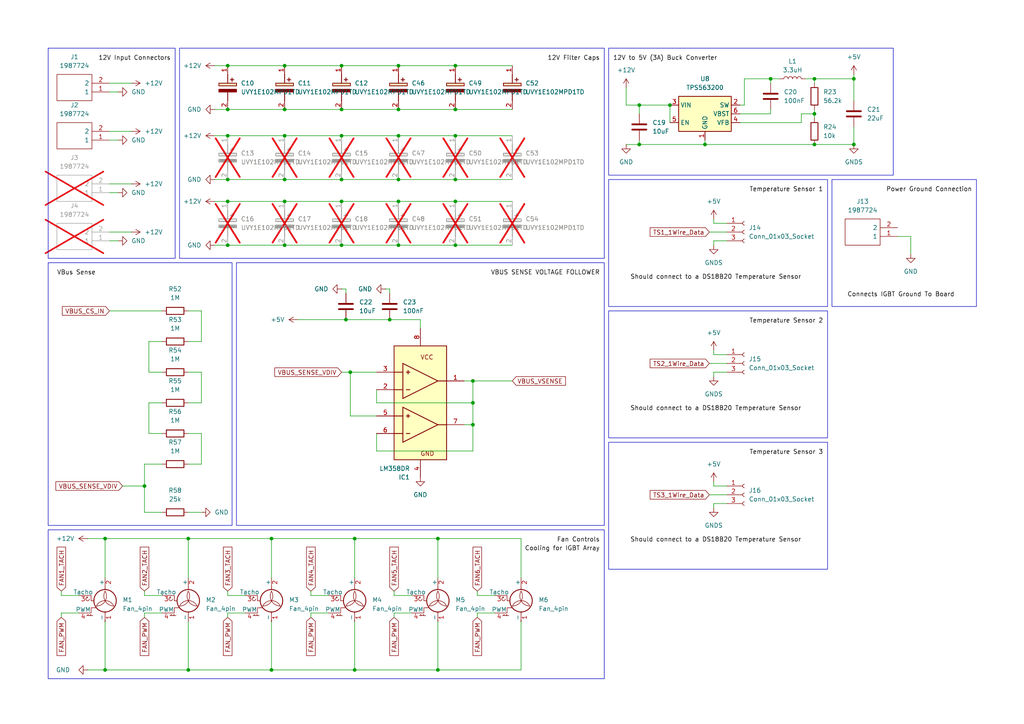
<source format=kicad_sch>
(kicad_sch (version 20231120) (generator "eeschema") (generator_version "8.0")
  (paper "A4")
  (title_block (title "1200V, 600A Traction Inverter") (date "2025-02-06") (rev "1") (company "University of California, Santa Cruz"))
  (junction (at 132.08 39.37))
  (junction (at 247.65 22.86))
  (junction (at 99.06 71.12))
  (junction (at 127 156.21))
  (junction (at 204.47 41.91))
  (junction (at 82.55 52.07))
  (junction (at 66.04 71.12))
  (junction (at 102.87 156.21))
  (junction (at 247.65 41.91))
  (junction (at 127 194.31))
  (junction (at 82.55 58.42))
  (junction (at 137.16 116.84))
  (junction (at 132.08 71.12))
  (junction (at 99.06 39.37))
  (junction (at 99.06 52.07))
  (junction (at 132.08 31.75))
  (junction (at 99.06 58.42))
  (junction (at 66.04 31.75))
  (junction (at 137.16 110.49))
  (junction (at 101.6 107.95))
  (junction (at 236.22 41.91))
  (junction (at 82.55 19.05))
  (junction (at 194.31 30.48))
  (junction (at 115.57 58.42))
  (junction (at 66.04 39.37))
  (junction (at 82.55 31.75))
  (junction (at 132.08 58.42))
  (junction (at 102.87 194.31))
  (junction (at 113.03 92.71))
  (junction (at 115.57 31.75))
  (junction (at 99.06 19.05))
  (junction (at 115.57 39.37))
  (junction (at 115.57 52.07))
  (junction (at 115.57 19.05))
  (junction (at 132.08 52.07))
  (junction (at 78.74 194.31))
  (junction (at 54.61 156.21))
  (junction (at 115.57 71.12))
  (junction (at 137.16 123.19))
  (junction (at 99.06 31.75))
  (junction (at 66.04 19.05))
  (junction (at 66.04 52.07))
  (junction (at 100.33 92.71))
  (junction (at 236.22 33.02))
  (junction (at 185.42 41.91))
  (junction (at 54.61 194.31))
  (junction (at 132.08 19.05))
  (junction (at 82.55 39.37))
  (junction (at 41.91 140.97))
  (junction (at 30.48 156.21))
  (junction (at 185.42 30.48))
  (junction (at 78.74 156.21))
  (junction (at 223.52 22.86))
  (junction (at 66.04 58.42))
  (junction (at 236.22 22.86))
  (junction (at 30.48 194.31))
  (junction (at 82.55 71.12))
  (wire (pts (xy 236.22 24.13) (xy 236.22 22.86)))
  (wire (pts (xy 54.61 148.59) (xy 58.42 148.59)))
  (wire (pts (xy 82.55 71.12) (xy 99.06 71.12)))
  (wire (pts (xy 41.91 171.45) (xy 41.91 172.72)))
  (wire (pts (xy 137.16 123.19) (xy 134.62 123.19)))
  (wire (pts (xy 260.35 68.58) (xy 264.16 68.58)))
  (wire (pts (xy 30.48 180.34) (xy 30.48 194.31)))
  (wire (pts (xy 205.74 105.41) (xy 210.82 105.41)))
  (wire (pts (xy 137.16 116.84) (xy 137.16 123.19)))
  (wire (pts (xy 102.87 194.31) (xy 127 194.31)))
  (wire (pts (xy 236.22 31.75) (xy 236.22 33.02)))
  (wire (pts (xy 102.87 156.21) (xy 127 156.21)))
  (wire (pts (xy 115.57 71.12) (xy 132.08 71.12)))
  (wire (pts (xy 138.43 177.8) (xy 138.43 179.07)))
  (wire (pts (xy 115.57 52.07) (xy 132.08 52.07)))
  (wire (pts (xy 121.92 92.71) (xy 121.92 95.25)))
  (wire (pts (xy 82.55 52.07) (xy 99.06 52.07)))
  (wire (pts (xy 99.06 31.75) (xy 115.57 31.75)))
  (wire (pts (xy 127 156.21) (xy 127 167.64)))
  (wire (pts (xy 31.75 40.64) (xy 34.29 40.64)))
  (wire (pts (xy 31.75 55.88) (xy 34.29 55.88)))
  (wire (pts (xy 132.08 39.37) (xy 148.59 39.37)))
  (wire (pts (xy 99.06 71.12) (xy 115.57 71.12)))
  (wire (pts (xy 102.87 156.21) (xy 102.87 167.64)))
  (wire (pts (xy 215.9 22.86) (xy 223.52 22.86)))
  (wire (pts (xy 137.16 110.49) (xy 134.62 110.49)))
  (wire (pts (xy 31.75 90.17) (xy 46.99 90.17)))
  (wire (pts (xy 62.23 19.05) (xy 66.04 19.05)))
  (wire (pts (xy 66.04 171.45) (xy 66.04 172.72)))
  (wire (pts (xy 113.03 83.82) (xy 113.03 85.09)))
  (wire (pts (xy 223.52 22.86) (xy 226.06 22.86)))
  (wire (pts (xy 30.48 156.21) (xy 54.61 156.21)))
  (wire (pts (xy 62.23 31.75) (xy 66.04 31.75)))
  (wire (pts (xy 78.74 194.31) (xy 102.87 194.31)))
  (wire (pts (xy 185.42 33.02) (xy 185.42 30.48)))
  (wire (pts (xy 90.17 177.8) (xy 95.25 177.8)))
  (wire (pts (xy 58.42 125.73) (xy 58.42 134.62)))
  (wire (pts (xy 114.3 172.72) (xy 119.38 172.72)))
  (wire (pts (xy 207.01 146.05) (xy 210.82 146.05)))
  (wire (pts (xy 46.99 99.06) (xy 43.18 99.06)))
  (wire (pts (xy 17.78 172.72) (xy 22.86 172.72)))
  (wire (pts (xy 113.03 92.71) (xy 121.92 92.71)))
  (wire (pts (xy 66.04 52.07) (xy 82.55 52.07)))
  (wire (pts (xy 82.55 19.05) (xy 99.06 19.05)))
  (wire (pts (xy 62.23 71.12) (xy 66.04 71.12)))
  (wire (pts (xy 236.22 33.02) (xy 236.22 34.29)))
  (wire (pts (xy 207.01 64.77) (xy 207.01 63.5)))
  (wire (pts (xy 43.18 99.06) (xy 43.18 107.95)))
  (wire (pts (xy 66.04 177.8) (xy 71.12 177.8)))
  (wire (pts (xy 127 180.34) (xy 127 194.31)))
  (wire (pts (xy 205.74 67.31) (xy 210.82 67.31)))
  (wire (pts (xy 207.01 140.97) (xy 207.01 139.7)))
  (wire (pts (xy 232.41 33.02) (xy 232.41 35.56)))
  (wire (pts (xy 100.33 83.82) (xy 100.33 85.09)))
  (wire (pts (xy 66.04 172.72) (xy 71.12 172.72)))
  (wire (pts (xy 204.47 41.91) (xy 236.22 41.91)))
  (wire (pts (xy 115.57 39.37) (xy 132.08 39.37)))
  (wire (pts (xy 46.99 134.62) (xy 41.91 134.62)))
  (wire (pts (xy 109.22 116.84) (xy 137.16 116.84)))
  (wire (pts (xy 127 156.21) (xy 151.13 156.21)))
  (wire (pts (xy 17.78 177.8) (xy 17.78 179.07)))
  (wire (pts (xy 236.22 22.86) (xy 233.68 22.86)))
  (wire (pts (xy 54.61 90.17) (xy 58.42 90.17)))
  (wire (pts (xy 127 194.31) (xy 151.13 194.31)))
  (wire (pts (xy 41.91 134.62) (xy 41.91 140.97)))
  (wire (pts (xy 102.87 180.34) (xy 102.87 194.31)))
  (wire (pts (xy 207.01 147.32) (xy 207.01 146.05)))
  (wire (pts (xy 43.18 116.84) (xy 43.18 125.73)))
  (wire (pts (xy 82.55 31.75) (xy 99.06 31.75)))
  (wire (pts (xy 66.04 31.75) (xy 82.55 31.75)))
  (wire (pts (xy 99.06 107.95) (xy 101.6 107.95)))
  (wire (pts (xy 236.22 22.86) (xy 247.65 22.86)))
  (wire (pts (xy 30.48 194.31) (xy 54.61 194.31)))
  (wire (pts (xy 207.01 107.95) (xy 210.82 107.95)))
  (wire (pts (xy 138.43 177.8) (xy 143.51 177.8)))
  (wire (pts (xy 41.91 148.59) (xy 46.99 148.59)))
  (wire (pts (xy 132.08 31.75) (xy 148.59 31.75)))
  (wire (pts (xy 58.42 90.17) (xy 58.42 99.06)))
  (wire (pts (xy 264.16 68.58) (xy 264.16 73.66)))
  (wire (pts (xy 132.08 52.07) (xy 148.59 52.07)))
  (wire (pts (xy 66.04 177.8) (xy 66.04 179.07)))
  (wire (pts (xy 78.74 180.34) (xy 78.74 194.31)))
  (wire (pts (xy 86.36 92.71) (xy 100.33 92.71)))
  (wire (pts (xy 35.56 140.97) (xy 41.91 140.97)))
  (wire (pts (xy 151.13 156.21) (xy 151.13 167.64)))
  (wire (pts (xy 54.61 125.73) (xy 58.42 125.73)))
  (wire (pts (xy 137.16 110.49) (xy 148.59 110.49)))
  (wire (pts (xy 114.3 177.8) (xy 114.3 179.07)))
  (wire (pts (xy 66.04 58.42) (xy 82.55 58.42)))
  (wire (pts (xy 46.99 116.84) (xy 43.18 116.84)))
  (wire (pts (xy 207.01 69.85) (xy 210.82 69.85)))
  (wire (pts (xy 185.42 41.91) (xy 185.42 40.64)))
  (wire (pts (xy 17.78 171.45) (xy 17.78 172.72)))
  (wire (pts (xy 41.91 177.8) (xy 46.99 177.8)))
  (wire (pts (xy 78.74 156.21) (xy 78.74 167.64)))
  (wire (pts (xy 58.42 107.95) (xy 58.42 116.84)))
  (wire (pts (xy 41.91 140.97) (xy 41.91 148.59)))
  (wire (pts (xy 132.08 19.05) (xy 148.59 19.05)))
  (wire (pts (xy 82.55 58.42) (xy 99.06 58.42)))
  (wire (pts (xy 215.9 22.86) (xy 215.9 30.48)))
  (wire (pts (xy 58.42 134.62) (xy 54.61 134.62)))
  (wire (pts (xy 25.4 156.21) (xy 30.48 156.21)))
  (wire (pts (xy 82.55 39.37) (xy 99.06 39.37)))
  (wire (pts (xy 137.16 130.81) (xy 137.16 123.19)))
  (wire (pts (xy 101.6 120.65) (xy 109.22 120.65)))
  (wire (pts (xy 113.03 83.82) (xy 111.76 83.82)))
  (wire (pts (xy 115.57 31.75) (xy 132.08 31.75)))
  (wire (pts (xy 109.22 125.73) (xy 109.22 130.81)))
  (wire (pts (xy 132.08 71.12) (xy 148.59 71.12)))
  (wire (pts (xy 185.42 30.48) (xy 194.31 30.48)))
  (wire (pts (xy 210.82 102.87) (xy 207.01 102.87)))
  (wire (pts (xy 207.01 109.22) (xy 207.01 107.95)))
  (wire (pts (xy 58.42 116.84) (xy 54.61 116.84)))
  (wire (pts (xy 137.16 116.84) (xy 137.16 110.49)))
  (wire (pts (xy 207.01 102.87) (xy 207.01 101.6)))
  (wire (pts (xy 100.33 92.71) (xy 113.03 92.71)))
  (wire (pts (xy 31.75 24.13) (xy 38.1 24.13)))
  (wire (pts (xy 54.61 194.31) (xy 78.74 194.31)))
  (wire (pts (xy 54.61 180.34) (xy 54.61 194.31)))
  (wire (pts (xy 62.23 52.07) (xy 66.04 52.07)))
  (wire (pts (xy 181.61 30.48) (xy 185.42 30.48)))
  (wire (pts (xy 17.78 177.8) (xy 22.86 177.8)))
  (wire (pts (xy 223.52 22.86) (xy 223.52 24.13)))
  (wire (pts (xy 99.06 19.05) (xy 115.57 19.05)))
  (wire (pts (xy 31.75 69.85) (xy 34.29 69.85)))
  (wire (pts (xy 99.06 39.37) (xy 115.57 39.37)))
  (wire (pts (xy 31.75 53.34) (xy 38.1 53.34)))
  (wire (pts (xy 62.23 39.37) (xy 66.04 39.37)))
  (wire (pts (xy 247.65 22.86) (xy 247.65 21.59)))
  (wire (pts (xy 247.65 22.86) (xy 247.65 29.21)))
  (wire (pts (xy 210.82 140.97) (xy 207.01 140.97)))
  (wire (pts (xy 236.22 33.02) (xy 232.41 33.02)))
  (wire (pts (xy 204.47 41.91) (xy 185.42 41.91)))
  (wire (pts (xy 138.43 172.72) (xy 143.51 172.72)))
  (wire (pts (xy 66.04 19.05) (xy 82.55 19.05)))
  (wire (pts (xy 90.17 177.8) (xy 90.17 179.07)))
  (wire (pts (xy 194.31 30.48) (xy 194.31 35.56)))
  (wire (pts (xy 181.61 25.4) (xy 181.61 30.48)))
  (wire (pts (xy 138.43 171.45) (xy 138.43 172.72)))
  (wire (pts (xy 31.75 38.1) (xy 38.1 38.1)))
  (wire (pts (xy 43.18 125.73) (xy 46.99 125.73)))
  (wire (pts (xy 247.65 41.91) (xy 236.22 41.91)))
  (wire (pts (xy 66.04 71.12) (xy 82.55 71.12)))
  (wire (pts (xy 54.61 107.95) (xy 58.42 107.95)))
  (wire (pts (xy 215.9 30.48) (xy 214.63 30.48)))
  (wire (pts (xy 54.61 156.21) (xy 78.74 156.21)))
  (wire (pts (xy 25.4 194.31) (xy 30.48 194.31)))
  (wire (pts (xy 90.17 171.45) (xy 90.17 172.72)))
  (wire (pts (xy 207.01 71.12) (xy 207.01 69.85)))
  (wire (pts (xy 205.74 143.51) (xy 210.82 143.51)))
  (wire (pts (xy 109.22 130.81) (xy 137.16 130.81)))
  (wire (pts (xy 62.23 58.42) (xy 66.04 58.42)))
  (wire (pts (xy 132.08 58.42) (xy 148.59 58.42)))
  (wire (pts (xy 204.47 40.64) (xy 204.47 41.91)))
  (wire (pts (xy 31.75 26.67) (xy 34.29 26.67)))
  (wire (pts (xy 99.06 83.82) (xy 100.33 83.82)))
  (wire (pts (xy 101.6 107.95) (xy 101.6 120.65)))
  (wire (pts (xy 214.63 33.02) (xy 223.52 33.02)))
  (wire (pts (xy 99.06 52.07) (xy 115.57 52.07)))
  (wire (pts (xy 181.61 41.91) (xy 185.42 41.91)))
  (wire (pts (xy 41.91 177.8) (xy 41.91 179.07)))
  (wire (pts (xy 114.3 177.8) (xy 119.38 177.8)))
  (wire (pts (xy 54.61 156.21) (xy 54.61 167.64)))
  (wire (pts (xy 78.74 156.21) (xy 102.87 156.21)))
  (wire (pts (xy 232.41 35.56) (xy 214.63 35.56)))
  (wire (pts (xy 115.57 19.05) (xy 132.08 19.05)))
  (wire (pts (xy 58.42 99.06) (xy 54.61 99.06)))
  (wire (pts (xy 31.75 67.31) (xy 38.1 67.31)))
  (wire (pts (xy 210.82 64.77) (xy 207.01 64.77)))
  (wire (pts (xy 43.18 107.95) (xy 46.99 107.95)))
  (wire (pts (xy 41.91 172.72) (xy 46.99 172.72)))
  (wire (pts (xy 109.22 113.03) (xy 109.22 116.84)))
  (wire (pts (xy 247.65 36.83) (xy 247.65 41.91)))
  (wire (pts (xy 101.6 107.95) (xy 109.22 107.95)))
  (wire (pts (xy 151.13 180.34) (xy 151.13 194.31)))
  (wire (pts (xy 114.3 171.45) (xy 114.3 172.72)))
  (wire (pts (xy 30.48 156.21) (xy 30.48 167.64)))
  (wire (pts (xy 99.06 58.42) (xy 115.57 58.42)))
  (wire (pts (xy 223.52 33.02) (xy 223.52 31.75)))
  (wire (pts (xy 66.04 39.37) (xy 82.55 39.37)))
  (wire (pts (xy 115.57 58.42) (xy 132.08 58.42)))
  (wire (pts (xy 90.17 172.72) (xy 95.25 172.72)))
  (rectangle (start 68.58 76.2) (end 175.26 152.4))
  (rectangle (start 52.07 13.97) (end 175.26 74.93))
  (rectangle (start 176.53 13.97) (end 259.08 50.8))
  (rectangle (start 13.97 13.97) (end 50.8 74.93))
  (rectangle (start 13.97 153.67) (end 175.26 196.85))
  (rectangle (start 241.3 52.07) (end 283.21 88.9))
  (rectangle (start 176.53 128.27) (end 240.03 165.1))
  (rectangle (start 176.53 90.17) (end 240.03 127))
  (rectangle (start 13.97 76.2) (end 67.31 152.4))
  (rectangle (start 176.53 52.07) (end 240.03 88.9))
  (label "Should connect to a DS18B20 Temperature Sensor" (at 232.41 119.38 180))
  (label "Fan Controls" (at 173.99 157.48 180))
  (label "Temperature Sensor 2" (at 238.76 93.98 180))
  (label "Cooling for IGBT Array" (at 173.99 160.02 180))
  (label "Should connect to a DS18B20 Temperature Sensor" (at 232.41 81.28 180))
  (label "12V Filter Caps" (at 173.99 17.78 180))
  (label "Power Ground Connection" (at 281.94 55.88 180))
  (label "12V to 5V (3A) Buck Converter" (at 177.8 17.78 0))
  (label "Connects IGBT Ground To Board" (at 276.86 86.36 180))
  (label "Temperature Sensor 3" (at 238.76 132.08 180))
  (label "12V Input Connectors" (at 49.53 17.78 180))
  (label "Temperature Sensor 1" (at 238.76 55.88 180))
  (label "Should connect to a DS18B20 Temperature Sensor" (at 232.41 157.48 180))
  (label "VBus Sense" (at 16.51 80.01 0))
  (label "VBUS SENSE VOLTAGE FOLLOWER" (at 173.99 80.01 180))
  (global_label "FAN_PWM" (shape input) (at 90.17 179.07 270) (property "Intersheetrefs" "${INTERSHEET_REFS}" (effects (hide yes))))
  (global_label "FAN3_TACH" (shape input) (at 66.04 171.45 90) (property "Intersheetrefs" "${INTERSHEET_REFS}" (effects (hide yes))))
  (global_label "FAN1_TACH" (shape input) (at 17.78 171.45 90) (property "Intersheetrefs" "${INTERSHEET_REFS}" (effects (hide yes))))
  (global_label "TS3_1Wire_Data" (shape input) (at 205.74 143.51 180) (property "Intersheetrefs" "${INTERSHEET_REFS}" (effects (hide yes))))
  (global_label "FAN_PWM" (shape input) (at 17.78 179.07 270) (property "Intersheetrefs" "${INTERSHEET_REFS}" (effects (hide yes))))
  (global_label "VBUS_SENSE_VDIV" (shape input) (at 99.06 107.95 180) (property "Intersheetrefs" "${INTERSHEET_REFS}" (effects (hide yes))))
  (global_label "VBUS_VSENSE" (shape input) (at 148.59 110.49 0) (property "Intersheetrefs" "${INTERSHEET_REFS}" (effects (hide yes))))
  (global_label "FAN_PWM" (shape input) (at 41.91 179.07 270) (property "Intersheetrefs" "${INTERSHEET_REFS}" (effects (hide yes))))
  (global_label "FAN_PWM" (shape input) (at 66.04 179.07 270) (property "Intersheetrefs" "${INTERSHEET_REFS}" (effects (hide yes))))
  (global_label "FAN_PWM" (shape input) (at 114.3 179.07 270) (property "Intersheetrefs" "${INTERSHEET_REFS}" (effects (hide yes))))
  (global_label "TS2_1Wire_Data" (shape input) (at 205.74 105.41 180) (property "Intersheetrefs" "${INTERSHEET_REFS}" (effects (hide yes))))
  (global_label "VBUS_SENSE_VDIV" (shape input) (at 35.56 140.97 180) (property "Intersheetrefs" "${INTERSHEET_REFS}" (effects (hide yes))))
  (global_label "FAN6_TACH" (shape input) (at 138.43 171.45 90) (property "Intersheetrefs" "${INTERSHEET_REFS}" (effects (hide yes))))
  (global_label "FAN5_TACH" (shape input) (at 114.3 171.45 90) (property "Intersheetrefs" "${INTERSHEET_REFS}" (effects (hide yes))))
  (global_label "TS1_1Wire_Data" (shape input) (at 205.74 67.31 180) (property "Intersheetrefs" "${INTERSHEET_REFS}" (effects (hide yes))))
  (global_label "FAN_PWM" (shape input) (at 138.43 179.07 270) (property "Intersheetrefs" "${INTERSHEET_REFS}" (effects (hide yes))))
  (global_label "FAN4_TACH" (shape input) (at 90.17 171.45 90) (property "Intersheetrefs" "${INTERSHEET_REFS}" (effects (hide yes))))
  (global_label "FAN2_TACH" (shape input) (at 41.91 171.45 90) (property "Intersheetrefs" "${INTERSHEET_REFS}" (effects (hide yes))))
  (global_label "VBUS_CS_IN" (shape input) (at 31.75 90.17 180) (property "Intersheetrefs" "${INTERSHEET_REFS}" (effects (hide yes))))
  (symbol (lib_id "InverterCom:UVY1E102MPD1TD") (at 66.04 19.05 270) (unit 1)
    (property "Reference" "C10" (at 69.85 24.1299 90) (effects (justify left)))
    (property "Value" "UVY1E102MPD1TD" (at 69.85 26.6699 90) (effects (justify left)))
    (property "Footprint" "CAPPRD500W60D1025H1750" (effects (hide yes)))
    (property "Datasheet" "https://componentsearchengine.com/Datasheets/5/UVY1E102MPD1TD.pdf" (effects (hide yes)))
    (property "Description" "Cap Aluminum Lytic 1000uF 25V 20% (10 X 16mm) Radial 5mm 610mA 1000h 105C Ammo" (effects (hide yes)))
    (property "Height" "17.5" (effects (hide yes)))
    (property "Mouser Part Number" "647-UVY1E102MPD1TD" (effects (hide yes)))
    (property "Mouser Price/Stock" "https://www.mouser.co.uk/ProductDetail/Nichicon/UVY1E102MPD1TD?qs=gtReTMvImqniEnVqgrfK9Q%3D%3D" (effects (hide yes)))
    (property "Manufacturer_Name" "Nichicon" (effects (hide yes)))
    (property "Manufacturer_Part_Number" "UVY1E102MPD1TD" (effects (hide yes)))
  )
  (symbol (lib_id "Connector:Conn_01x03_Socket") (at 215.9 105.41 0) (unit 1)
    (property "Reference" "J15" (at 217.17 104.1399 0) (effects (justify left)))
    (property "Value" "Conn_01x03_Socket" (at 217.17 106.6799 0) (effects (justify left)))
    (property "Description" "Generic connector, single row, 01x03, script generated" (effects (hide yes)))
  )
  (symbol (lib_id "Device:C") (at 185.42 36.83 0) (unit 1)
    (property "Reference" "C19" (at 189.23 35.5599 0) (effects (justify left)))
    (property "Value" "10uF" (at 189.23 38.0999 0) (effects (justify left)))
    (property "Footprint" "1210" (effects (hide yes)))
    (property "Description" "Unpolarized capacitor" (effects (hide yes)))
  )
  (symbol (lib_id "Motor:Fan_4pin") (at 127 175.26 0) (unit 1)
    (property "Reference" "M5" (at 132.08 173.9899 0) (effects (justify left)))
    (property "Value" "Fan_4pin" (at 132.08 176.5299 0) (effects (justify left)))
    (property "Datasheet" "http://www.formfactors.org/developer%5Cspecs%5Crev1_2_public.pdf" (effects (hide yes)))
    (property "Description" "Fan, tacho output, PWM input, 4-pin connector" (effects (hide yes)))
  )
  (symbol (lib_id "InverterCom:UVY1E102MPD1TD") (at 82.55 39.37 270) (unit 1) (dnp yes)
    (property "Reference" "C14" (at 86.36 44.4499 90) (effects (justify left)))
    (property "Value" "UVY1E102MPD1TD" (at 86.36 46.9899 90) (effects (justify left)))
    (property "Footprint" "CAPPRD500W60D1025H1750" (effects (hide yes)))
    (property "Datasheet" "https://componentsearchengine.com/Datasheets/5/UVY1E102MPD1TD.pdf" (effects (hide yes)))
    (property "Description" "Cap Aluminum Lytic 1000uF 25V 20% (10 X 16mm) Radial 5mm 610mA 1000h 105C Ammo" (effects (hide yes)))
    (property "Height" "17.5" (effects (hide yes)))
    (property "Mouser Part Number" "647-UVY1E102MPD1TD" (effects (hide yes)))
    (property "Mouser Price/Stock" "https://www.mouser.co.uk/ProductDetail/Nichicon/UVY1E102MPD1TD?qs=gtReTMvImqniEnVqgrfK9Q%3D%3D" (effects (hide yes)))
    (property "Manufacturer_Name" "Nichicon" (effects (hide yes)))
    (property "Manufacturer_Part_Number" "UVY1E102MPD1TD" (effects (hide yes)))
  )
  (symbol (lib_id "InverterCom:UVY1E102MPD1TD") (at 82.55 19.05 270) (unit 1)
    (property "Reference" "C11" (at 86.36 24.1299 90) (effects (justify left)))
    (property "Value" "UVY1E102MPD1TD" (at 86.36 26.6699 90) (effects (justify left)))
    (property "Footprint" "CAPPRD500W60D1025H1750" (effects (hide yes)))
    (property "Datasheet" "https://componentsearchengine.com/Datasheets/5/UVY1E102MPD1TD.pdf" (effects (hide yes)))
    (property "Description" "Cap Aluminum Lytic 1000uF 25V 20% (10 X 16mm) Radial 5mm 610mA 1000h 105C Ammo" (effects (hide yes)))
    (property "Height" "17.5" (effects (hide yes)))
    (property "Mouser Part Number" "647-UVY1E102MPD1TD" (effects (hide yes)))
    (property "Mouser Price/Stock" "https://www.mouser.co.uk/ProductDetail/Nichicon/UVY1E102MPD1TD?qs=gtReTMvImqniEnVqgrfK9Q%3D%3D" (effects (hide yes)))
    (property "Manufacturer_Name" "Nichicon" (effects (hide yes)))
    (property "Manufacturer_Part_Number" "UVY1E102MPD1TD" (effects (hide yes)))
  )
  (symbol (lib_id "InverterCom:UVY1E102MPD1TD") (at 148.59 39.37 270) (unit 1) (dnp yes)
    (property "Reference" "C53" (at 152.4 44.4499 90) (effects (justify left)))
    (property "Value" "UVY1E102MPD1TD" (at 152.4 46.9899 90) (effects (justify left)))
    (property "Footprint" "CAPPRD500W60D1025H1750" (effects (hide yes)))
    (property "Datasheet" "https://componentsearchengine.com/Datasheets/5/UVY1E102MPD1TD.pdf" (effects (hide yes)))
    (property "Description" "Cap Aluminum Lytic 1000uF 25V 20% (10 X 16mm) Radial 5mm 610mA 1000h 105C Ammo" (effects (hide yes)))
    (property "Height" "17.5" (effects (hide yes)))
    (property "Mouser Part Number" "647-UVY1E102MPD1TD" (effects (hide yes)))
    (property "Mouser Price/Stock" "https://www.mouser.co.uk/ProductDetail/Nichicon/UVY1E102MPD1TD?qs=gtReTMvImqniEnVqgrfK9Q%3D%3D" (effects (hide yes)))
    (property "Manufacturer_Name" "Nichicon" (effects (hide yes)))
    (property "Manufacturer_Part_Number" "UVY1E102MPD1TD" (effects (hide yes)))
  )
  (symbol (lib_id "power:+12V") (at 38.1 24.13 270) (unit 1)
    (property "Reference" "#PWR044" (effects (hide yes)))
    (property "Value" "+12V" (at 41.91 24.1299 90) (effects (justify left)))
    (property "Description" "Power symbol creates a global label with name \"+12V\"" (effects (hide yes)))
  )
  (symbol (lib_id "power:+12V") (at 62.23 39.37 90) (unit 1)
    (property "Reference" "#PWR053" (effects (hide yes)))
    (property "Value" "+12V" (at 58.42 39.3699 90) (effects (justify left)))
    (property "Description" "Power symbol creates a global label with name \"+12V\"" (effects (hide yes)))
  )
  (symbol (lib_id "Motor:Fan_4pin") (at 30.48 175.26 0) (unit 1)
    (property "Reference" "M1" (at 35.56 173.9899 0) (effects (justify left)))
    (property "Value" "Fan_4pin" (at 35.56 176.5299 0) (effects (justify left)))
    (property "Datasheet" "http://www.formfactors.org/developer%5Cspecs%5Crev1_2_public.pdf" (effects (hide yes)))
    (property "Description" "Fan, tacho output, PWM input, 4-pin connector" (effects (hide yes)))
  )
  (symbol (lib_id "power:GNDS") (at 247.65 41.91 0) (unit 1)
    (property "Reference" "#PWR061" (effects (hide yes)))
    (property "Value" "GNDS" (at 247.65 46.99 0))
    (property "Description" "Power symbol creates a global label with name \"GNDS\" , signal ground" (effects (hide yes)))
  )
  (symbol (lib_id "power:GND") (at 111.76 83.82 270) (unit 1)
    (property "Reference" "#PWR0122" (effects (hide yes)))
    (property "Value" "GND" (at 107.95 83.8199 90) (effects (justify right)))
    (property "Description" "Power symbol creates a global label with name \"GND\" , ground" (effects (hide yes)))
  )
  (symbol (lib_id "Motor:Fan_4pin") (at 78.74 175.26 0) (unit 1)
    (property "Reference" "M3" (at 83.82 173.9899 0) (effects (justify left)))
    (property "Value" "Fan_4pin" (at 83.82 176.5299 0) (effects (justify left)))
    (property "Datasheet" "http://www.formfactors.org/developer%5Cspecs%5Crev1_2_public.pdf" (effects (hide yes)))
    (property "Description" "Fan, tacho output, PWM input, 4-pin connector" (effects (hide yes)))
  )
  (symbol (lib_id "InverterCom:UVY1E102MPD1TD") (at 82.55 58.42 270) (unit 1) (dnp yes)
    (property "Reference" "C17" (at 86.36 63.4999 90) (effects (justify left)))
    (property "Value" "UVY1E102MPD1TD" (at 86.36 66.0399 90) (effects (justify left)))
    (property "Footprint" "CAPPRD500W60D1025H1750" (effects (hide yes)))
    (property "Datasheet" "https://componentsearchengine.com/Datasheets/5/UVY1E102MPD1TD.pdf" (effects (hide yes)))
    (property "Description" "Cap Aluminum Lytic 1000uF 25V 20% (10 X 16mm) Radial 5mm 610mA 1000h 105C Ammo" (effects (hide yes)))
    (property "Height" "17.5" (effects (hide yes)))
    (property "Mouser Part Number" "647-UVY1E102MPD1TD" (effects (hide yes)))
    (property "Mouser Price/Stock" "https://www.mouser.co.uk/ProductDetail/Nichicon/UVY1E102MPD1TD?qs=gtReTMvImqniEnVqgrfK9Q%3D%3D" (effects (hide yes)))
    (property "Manufacturer_Name" "Nichicon" (effects (hide yes)))
    (property "Manufacturer_Part_Number" "UVY1E102MPD1TD" (effects (hide yes)))
  )
  (symbol (lib_id "Device:C") (at 247.65 33.02 0) (unit 1)
    (property "Reference" "C21" (at 251.46 31.7499 0) (effects (justify left)))
    (property "Value" "22uF" (at 251.46 34.2899 0) (effects (justify left)))
    (property "Footprint" "1210" (effects (hide yes)))
    (property "Description" "Unpolarized capacitor" (effects (hide yes)))
  )
  (symbol (lib_id "Device:C") (at 113.03 88.9 0) (unit 1)
    (property "Reference" "C23" (at 116.84 87.6299 0) (effects (justify left)))
    (property "Value" "100nF" (at 116.84 90.1699 0) (effects (justify left)))
    (property "Footprint" "1210" (effects (hide yes)))
    (property "Description" "Unpolarized capacitor" (effects (hide yes)))
  )
  (symbol (lib_id "Device:C") (at 223.52 27.94 0) (unit 1)
    (property "Reference" "C20" (at 227.33 26.6699 0) (effects (justify left)))
    (property "Value" "100nF" (at 227.33 29.2099 0) (effects (justify left)))
    (property "Footprint" "1210" (effects (hide yes)))
    (property "Description" "Unpolarized capacitor" (effects (hide yes)))
  )
  (symbol (lib_id "power:+5V") (at 86.36 92.71 90) (unit 1)
    (property "Reference" "#PWR0120" (effects (hide yes)))
    (property "Value" "+5V" (at 82.55 92.7099 90) (effects (justify left)))
    (property "Description" "Power symbol creates a global label with name \"+5V\"" (effects (hide yes)))
  )
  (symbol (lib_id "power:GND") (at 34.29 40.64 90) (unit 1)
    (property "Reference" "#PWR045" (effects (hide yes)))
    (property "Value" "GND" (at 38.1 40.6399 90) (effects (justify right)))
    (property "Description" "Power symbol creates a global label with name \"GND\" , ground" (effects (hide yes)))
  )
  (symbol (lib_id "Connector:Conn_01x03_Socket") (at 215.9 143.51 0) (unit 1)
    (property "Reference" "J16" (at 217.17 142.2399 0) (effects (justify left)))
    (property "Value" "Conn_01x03_Socket" (at 217.17 144.7799 0) (effects (justify left)))
    (property "Description" "Generic connector, single row, 01x03, script generated" (effects (hide yes)))
  )
  (symbol (lib_id "Device:R") (at 50.8 116.84 270) (unit 1)
    (property "Reference" "R55" (at 50.8 110.49 90))
    (property "Value" "1M" (at 50.8 113.03 90))
    (property "Description" "Resistor" (effects (hide yes)))
  )
  (symbol (lib_id "power:GND") (at 34.29 26.67 90) (unit 1)
    (property "Reference" "#PWR043" (effects (hide yes)))
    (property "Value" "GND" (at 38.1 26.6699 90) (effects (justify right)))
    (property "Description" "Power symbol creates a global label with name \"GND\" , ground" (effects (hide yes)))
  )
  (symbol (lib_id "power:GND") (at 99.06 83.82 270) (unit 1)
    (property "Reference" "#PWR0121" (effects (hide yes)))
    (property "Value" "GND" (at 95.25 83.8199 90) (effects (justify right)))
    (property "Description" "Power symbol creates a global label with name \"GND\" , ground" (effects (hide yes)))
  )
  (symbol (lib_id "Device:R") (at 50.8 148.59 270) (unit 1)
    (property "Reference" "R58" (at 50.8 142.24 90))
    (property "Value" "25k" (at 50.8 144.78 90))
    (property "Description" "Resistor" (effects (hide yes)))
  )
  (symbol (lib_id "power:+12V") (at 38.1 53.34 270) (unit 1)
    (property "Reference" "#PWR048" (effects (hide yes)))
    (property "Value" "+12V" (at 41.91 53.3399 90) (effects (justify left)))
    (property "Description" "Power symbol creates a global label with name \"+12V\"" (effects (hide yes)))
  )
  (symbol (lib_id "Motor:Fan_4pin") (at 102.87 175.26 0) (unit 1)
    (property "Reference" "M4" (at 107.95 173.9899 0) (effects (justify left)))
    (property "Value" "Fan_4pin" (at 107.95 176.5299 0) (effects (justify left)))
    (property "Datasheet" "http://www.formfactors.org/developer%5Cspecs%5Crev1_2_public.pdf" (effects (hide yes)))
    (property "Description" "Fan, tacho output, PWM input, 4-pin connector" (effects (hide yes)))
  )
  (symbol (lib_id "InverterCom:UVY1E102MPD1TD") (at 99.06 19.05 270) (unit 1)
    (property "Reference" "C12" (at 102.87 24.1299 90) (effects (justify left)))
    (property "Value" "UVY1E102MPD1TD" (at 102.87 26.6699 90) (effects (justify left)))
    (property "Footprint" "CAPPRD500W60D1025H1750" (effects (hide yes)))
    (property "Datasheet" "https://componentsearchengine.com/Datasheets/5/UVY1E102MPD1TD.pdf" (effects (hide yes)))
    (property "Description" "Cap Aluminum Lytic 1000uF 25V 20% (10 X 16mm) Radial 5mm 610mA 1000h 105C Ammo" (effects (hide yes)))
    (property "Height" "17.5" (effects (hide yes)))
    (property "Mouser Part Number" "647-UVY1E102MPD1TD" (effects (hide yes)))
    (property "Mouser Price/Stock" "https://www.mouser.co.uk/ProductDetail/Nichicon/UVY1E102MPD1TD?qs=gtReTMvImqniEnVqgrfK9Q%3D%3D" (effects (hide yes)))
    (property "Manufacturer_Name" "Nichicon" (effects (hide yes)))
    (property "Manufacturer_Part_Number" "UVY1E102MPD1TD" (effects (hide yes)))
  )
  (symbol (lib_id "Regulator_Switching:TPS563200") (at 204.47 33.02 0) (unit 1)
    (property "Reference" "U8" (at 204.47 22.86 0))
    (property "Value" "TPS563200" (at 204.47 25.4 0))
    (property "Footprint" "Package_TO_SOT_SMD:SOT-23-6" (effects (hide yes)))
    (property "Datasheet" "http://www.ti.com/lit/ds/symlink/tps563200.pdf" (effects (hide yes)))
    (property "Description" "3A Synchronous Step-Down Voltage Regulator, Adjustable Output Voltage, 4.5-17V Input Voltage, SOT-23-6" (effects (hide yes)))
  )
  (symbol (lib_id "InverterCom:1987724") (at 31.75 40.64 180) (unit 1)
    (property "Reference" "J2" (at 21.59 30.48 0))
    (property "Value" "1987724" (at 21.59 33.02 0))
    (property "Footprint" "1987724" (effects (hide yes)))
    (property "Datasheet" "https://datasheet.datasheetarchive.com/originals/distributors/Datasheets-DGA18/1075322.pdf" (effects (hide yes)))
    (property "Description" "Phoenix Contact PT 2.5/ 2-5.0-V PCB Terminal Block, 2 Way/Pole, Screw Terminals, 20  10 AWG Through Hole," (effects (hide yes)))
    (property "Description_1" "Phoenix Contact PT 2.5/ 2-5.0-V PCB Terminal Block, 2 Way/Pole, Screw Terminals, 20  10 AWG Through Hole," (effects (hide yes)))
    (property "Height" "9.15" (effects (hide yes)))
    (property "Mouser Part Number" "651-1987724" (effects (hide yes)))
    (property "Mouser Price/Stock" "https://www.mouser.co.uk/ProductDetail/Phoenix-Contact/1987724?qs=gjk32EaArKIePzXcIKo3jg%3D%3D" (effects (hide yes)))
    (property "Manufacturer_Name" "Phoenix Contact" (effects (hide yes)))
    (property "Manufacturer_Part_Number" "1987724" (effects (hide yes)))
  )
  (symbol (lib_id "power:+12V") (at 25.4 156.21 90) (unit 1)
    (property "Reference" "#PWR0157" (effects (hide yes)))
    (property "Value" "+12V" (at 21.59 156.2099 90) (effects (justify left)))
    (property "Description" "Power symbol creates a global label with name \"+12V\"" (effects (hide yes)))
  )
  (symbol (lib_id "Device:C") (at 100.33 88.9 0) (unit 1)
    (property "Reference" "C22" (at 104.14 87.6299 0) (effects (justify left)))
    (property "Value" "10uF" (at 104.14 90.1699 0) (effects (justify left)))
    (property "Footprint" "1210" (effects (hide yes)))
    (property "Description" "Unpolarized capacitor" (effects (hide yes)))
  )
  (symbol (lib_id "power:+5V") (at 207.01 101.6 0) (unit 1)
    (property "Reference" "#PWR0170" (effects (hide yes)))
    (property "Value" "+5V" (at 207.01 96.52 0))
    (property "Description" "Power symbol creates a global label with name \"+5V\"" (effects (hide yes)))
  )
  (symbol (lib_id "power:GNDS") (at 207.01 147.32 0) (unit 1)
    (property "Reference" "#PWR0173" (effects (hide yes)))
    (property "Value" "GNDS" (at 207.01 152.4 0))
    (property "Description" "Power symbol creates a global label with name \"GNDS\" , signal ground" (effects (hide yes)))
  )
  (symbol (lib_id "power:GND") (at 264.16 73.66 0) (unit 1)
    (property "Reference" "#PWR0117" (effects (hide yes)))
    (property "Value" "GND" (at 264.16 78.74 0))
    (property "Description" "Power symbol creates a global label with name \"GND\" , ground" (effects (hide yes)))
  )
  (symbol (lib_id "power:GND") (at 34.29 55.88 90) (unit 1)
    (property "Reference" "#PWR047" (effects (hide yes)))
    (property "Value" "GND" (at 38.1 55.8799 90) (effects (justify right)))
    (property "Description" "Power symbol creates a global label with name \"GND\" , ground" (effects (hide yes)))
  )
  (symbol (lib_id "InverterCom:UVY1E102MPD1TD") (at 115.57 19.05 270) (unit 1)
    (property "Reference" "C46" (at 119.38 24.1299 90) (effects (justify left)))
    (property "Value" "UVY1E102MPD1TD" (at 119.38 26.6699 90) (effects (justify left)))
    (property "Footprint" "CAPPRD500W60D1025H1750" (effects (hide yes)))
    (property "Datasheet" "https://componentsearchengine.com/Datasheets/5/UVY1E102MPD1TD.pdf" (effects (hide yes)))
    (property "Description" "Cap Aluminum Lytic 1000uF 25V 20% (10 X 16mm) Radial 5mm 610mA 1000h 105C Ammo" (effects (hide yes)))
    (property "Height" "17.5" (effects (hide yes)))
    (property "Mouser Part Number" "647-UVY1E102MPD1TD" (effects (hide yes)))
    (property "Mouser Price/Stock" "https://www.mouser.co.uk/ProductDetail/Nichicon/UVY1E102MPD1TD?qs=gtReTMvImqniEnVqgrfK9Q%3D%3D" (effects (hide yes)))
    (property "Manufacturer_Name" "Nichicon" (effects (hide yes)))
    (property "Manufacturer_Part_Number" "UVY1E102MPD1TD" (effects (hide yes)))
  )
  (symbol (lib_id "power:GND") (at 121.92 138.43 0) (unit 1)
    (property "Reference" "#PWR0119" (effects (hide yes)))
    (property "Value" "GND" (at 121.92 143.51 0))
    (property "Description" "Power symbol creates a global label with name \"GND\" , ground" (effects (hide yes)))
  )
  (symbol (lib_id "power:+5V") (at 247.65 21.59 0) (unit 1)
    (property "Reference" "#PWR057" (effects (hide yes)))
    (property "Value" "+5V" (at 247.65 16.51 0))
    (property "Description" "Power symbol creates a global label with name \"+5V\"" (effects (hide yes)))
  )
  (symbol (lib_id "InverterCom:UVY1E102MPD1TD") (at 66.04 39.37 270) (unit 1) (dnp yes)
    (property "Reference" "C13" (at 69.85 44.4499 90) (effects (justify left)))
    (property "Value" "UVY1E102MPD1TD" (at 69.85 46.9899 90) (effects (justify left)))
    (property "Footprint" "CAPPRD500W60D1025H1750" (effects (hide yes)))
    (property "Datasheet" "https://componentsearchengine.com/Datasheets/5/UVY1E102MPD1TD.pdf" (effects (hide yes)))
    (property "Description" "Cap Aluminum Lytic 1000uF 25V 20% (10 X 16mm) Radial 5mm 610mA 1000h 105C Ammo" (effects (hide yes)))
    (property "Height" "17.5" (effects (hide yes)))
    (property "Mouser Part Number" "647-UVY1E102MPD1TD" (effects (hide yes)))
    (property "Mouser Price/Stock" "https://www.mouser.co.uk/ProductDetail/Nichicon/UVY1E102MPD1TD?qs=gtReTMvImqniEnVqgrfK9Q%3D%3D" (effects (hide yes)))
    (property "Manufacturer_Name" "Nichicon" (effects (hide yes)))
    (property "Manufacturer_Part_Number" "UVY1E102MPD1TD" (effects (hide yes)))
  )
  (symbol (lib_id "power:GNDS") (at 207.01 71.12 0) (unit 1)
    (property "Reference" "#PWR0169" (effects (hide yes)))
    (property "Value" "GNDS" (at 207.01 76.2 0))
    (property "Description" "Power symbol creates a global label with name \"GNDS\" , signal ground" (effects (hide yes)))
  )
  (symbol (lib_id "Device:L") (at 229.87 22.86 90) (unit 1)
    (property "Reference" "L1" (at 229.87 17.78 90))
    (property "Value" "3.3uH" (at 229.87 20.32 90))
    (property "Description" "Inductor" (effects (hide yes)))
  )
  (symbol (lib_id "power:GND") (at 62.23 31.75 270) (unit 1)
    (property "Reference" "#PWR052" (effects (hide yes)))
    (property "Value" "GND" (at 58.42 31.7499 90) (effects (justify right)))
    (property "Description" "Power symbol creates a global label with name \"GND\" , ground" (effects (hide yes)))
  )
  (symbol (lib_id "power:+12V") (at 38.1 67.31 270) (unit 1)
    (property "Reference" "#PWR050" (effects (hide yes)))
    (property "Value" "+12V" (at 41.91 67.3099 90) (effects (justify left)))
    (property "Description" "Power symbol creates a global label with name \"+12V\"" (effects (hide yes)))
  )
  (symbol (lib_id "power:GNDS") (at 207.01 109.22 0) (unit 1)
    (property "Reference" "#PWR0171" (effects (hide yes)))
    (property "Value" "GNDS" (at 207.01 114.3 0))
    (property "Description" "Power symbol creates a global label with name \"GNDS\" , signal ground" (effects (hide yes)))
  )
  (symbol (lib_id "InverterCom:UVY1E102MPD1TD") (at 115.57 58.42 270) (unit 1) (dnp yes)
    (property "Reference" "C48" (at 119.38 63.4999 90) (effects (justify left)))
    (property "Value" "UVY1E102MPD1TD" (at 119.38 66.0399 90) (effects (justify left)))
    (property "Footprint" "CAPPRD500W60D1025H1750" (effects (hide yes)))
    (property "Datasheet" "https://componentsearchengine.com/Datasheets/5/UVY1E102MPD1TD.pdf" (effects (hide yes)))
    (property "Description" "Cap Aluminum Lytic 1000uF 25V 20% (10 X 16mm) Radial 5mm 610mA 1000h 105C Ammo" (effects (hide yes)))
    (property "Height" "17.5" (effects (hide yes)))
    (property "Mouser Part Number" "647-UVY1E102MPD1TD" (effects (hide yes)))
    (property "Mouser Price/Stock" "https://www.mouser.co.uk/ProductDetail/Nichicon/UVY1E102MPD1TD?qs=gtReTMvImqniEnVqgrfK9Q%3D%3D" (effects (hide yes)))
    (property "Manufacturer_Name" "Nichicon" (effects (hide yes)))
    (property "Manufacturer_Part_Number" "UVY1E102MPD1TD" (effects (hide yes)))
  )
  (symbol (lib_id "InverterCom:1987724") (at 31.75 55.88 180) (unit 1) (dnp yes)
    (property "Reference" "J3" (at 21.59 45.72 0))
    (property "Value" "1987724" (at 21.59 48.26 0))
    (property "Footprint" "1987724" (effects (hide yes)))
    (property "Datasheet" "https://datasheet.datasheetarchive.com/originals/distributors/Datasheets-DGA18/1075322.pdf" (effects (hide yes)))
    (property "Description" "Phoenix Contact PT 2.5/ 2-5.0-V PCB Terminal Block, 2 Way/Pole, Screw Terminals, 20  10 AWG Through Hole," (effects (hide yes)))
    (property "Description_1" "Phoenix Contact PT 2.5/ 2-5.0-V PCB Terminal Block, 2 Way/Pole, Screw Terminals, 20  10 AWG Through Hole," (effects (hide yes)))
    (property "Height" "9.15" (effects (hide yes)))
    (property "Mouser Part Number" "651-1987724" (effects (hide yes)))
    (property "Mouser Price/Stock" "https://www.mouser.co.uk/ProductDetail/Phoenix-Contact/1987724?qs=gjk32EaArKIePzXcIKo3jg%3D%3D" (effects (hide yes)))
    (property "Manufacturer_Name" "Phoenix Contact" (effects (hide yes)))
    (property "Manufacturer_Part_Number" "1987724" (effects (hide yes)))
  )
  (symbol (lib_id "InverterCom:UVY1E102MPD1TD") (at 132.08 58.42 270) (unit 1) (dnp yes)
    (property "Reference" "C51" (at 135.89 63.4999 90) (effects (justify left)))
    (property "Value" "UVY1E102MPD1TD" (at 135.89 66.0399 90) (effects (justify left)))
    (property "Footprint" "CAPPRD500W60D1025H1750" (effects (hide yes)))
    (property "Datasheet" "https://componentsearchengine.com/Datasheets/5/UVY1E102MPD1TD.pdf" (effects (hide yes)))
    (property "Description" "Cap Aluminum Lytic 1000uF 25V 20% (10 X 16mm) Radial 5mm 610mA 1000h 105C Ammo" (effects (hide yes)))
    (property "Height" "17.5" (effects (hide yes)))
    (property "Mouser Part Number" "647-UVY1E102MPD1TD" (effects (hide yes)))
    (property "Mouser Price/Stock" "https://www.mouser.co.uk/ProductDetail/Nichicon/UVY1E102MPD1TD?qs=gtReTMvImqniEnVqgrfK9Q%3D%3D" (effects (hide yes)))
    (property "Manufacturer_Name" "Nichicon" (effects (hide yes)))
    (property "Manufacturer_Part_Number" "UVY1E102MPD1TD" (effects (hide yes)))
  )
  (symbol (lib_id "InverterCom:UVY1E102MPD1TD") (at 148.59 58.42 270) (unit 1) (dnp yes)
    (property "Reference" "C54" (at 152.4 63.4999 90) (effects (justify left)))
    (property "Value" "UVY1E102MPD1TD" (at 152.4 66.0399 90) (effects (justify left)))
    (property "Footprint" "CAPPRD500W60D1025H1750" (effects (hide yes)))
    (property "Datasheet" "https://componentsearchengine.com/Datasheets/5/UVY1E102MPD1TD.pdf" (effects (hide yes)))
    (property "Description" "Cap Aluminum Lytic 1000uF 25V 20% (10 X 16mm) Radial 5mm 610mA 1000h 105C Ammo" (effects (hide yes)))
    (property "Height" "17.5" (effects (hide yes)))
    (property "Mouser Part Number" "647-UVY1E102MPD1TD" (effects (hide yes)))
    (property "Mouser Price/Stock" "https://www.mouser.co.uk/ProductDetail/Nichicon/UVY1E102MPD1TD?qs=gtReTMvImqniEnVqgrfK9Q%3D%3D" (effects (hide yes)))
    (property "Manufacturer_Name" "Nichicon" (effects (hide yes)))
    (property "Manufacturer_Part_Number" "UVY1E102MPD1TD" (effects (hide yes)))
  )
  (symbol (lib_id "power:+12V") (at 38.1 38.1 270) (unit 1)
    (property "Reference" "#PWR046" (effects (hide yes)))
    (property "Value" "+12V" (at 41.91 38.0999 90) (effects (justify left)))
    (property "Description" "Power symbol creates a global label with name \"+12V\"" (effects (hide yes)))
  )
  (symbol (lib_id "power:+5V") (at 207.01 63.5 0) (unit 1)
    (property "Reference" "#PWR0168" (effects (hide yes)))
    (property "Value" "+5V" (at 207.01 58.42 0))
    (property "Description" "Power symbol creates a global label with name \"+5V\"" (effects (hide yes)))
  )
  (symbol (lib_id "InverterCom:LM358DR") (at 109.22 107.95 0) (unit 1)
    (property "Reference" "IC1" (at 118.9035 138.43 0) (effects (justify right)))
    (property "Value" "LM358DR" (at 118.9035 135.89 0) (effects (justify right)))
    (property "Footprint" "SOIC127P600X175-8N" (effects (hide yes)))
    (property "Datasheet" "https://www.ti.com/lit/ds/symlink/lm358.pdf?ts=1593170624750&ref_url=https%253A%252F%252Fwww.ti.com%252Fstore%252Fti%252Fen%252Fp%252Fproduct%252F%253Fp%253DLM358DR%2526keyMatch%253DLM358DR%2526tisearch%253DSearch-EN-everything%2526usecase%253DOPN" (effects (hide yes)))
    (property "Description" "LM358DR, Operational Amplifier 0.7MHz 5 to 28V, 8-Pin SOIC" (effects (hide yes)))
    (property "Height" "1.75" (effects (hide yes)))
    (property "Mouser Part Number" "595-LM358DR" (effects (hide yes)))
    (property "Mouser Price/Stock" "https://www.mouser.co.uk/ProductDetail/Texas-Instruments/LM358DR?qs=Zu35EjizYSSY6pJ37yjmHA%3D%3D" (effects (hide yes)))
    (property "Manufacturer_Name" "Texas Instruments" (effects (hide yes)))
    (property "Manufacturer_Part_Number" "LM358DR" (effects (hide yes)))
  )
  (symbol (lib_id "Device:R") (at 236.22 27.94 0) (unit 1)
    (property "Reference" "R23" (at 238.76 26.6699 0) (effects (justify left)))
    (property "Value" "56.2k" (at 238.76 29.2099 0) (effects (justify left)))
    (property "Footprint" "1210" (effects (hide yes)))
    (property "Description" "Resistor" (effects (hide yes)))
  )
  (symbol (lib_id "InverterCom:UVY1E102MPD1TD") (at 66.04 58.42 270) (unit 1) (dnp yes)
    (property "Reference" "C16" (at 69.85 63.4999 90) (effects (justify left)))
    (property "Value" "UVY1E102MPD1TD" (at 69.85 66.0399 90) (effects (justify left)))
    (property "Footprint" "CAPPRD500W60D1025H1750" (effects (hide yes)))
    (property "Datasheet" "https://componentsearchengine.com/Datasheets/5/UVY1E102MPD1TD.pdf" (effects (hide yes)))
    (property "Description" "Cap Aluminum Lytic 1000uF 25V 20% (10 X 16mm) Radial 5mm 610mA 1000h 105C Ammo" (effects (hide yes)))
    (property "Height" "17.5" (effects (hide yes)))
    (property "Mouser Part Number" "647-UVY1E102MPD1TD" (effects (hide yes)))
    (property "Mouser Price/Stock" "https://www.mouser.co.uk/ProductDetail/Nichicon/UVY1E102MPD1TD?qs=gtReTMvImqniEnVqgrfK9Q%3D%3D" (effects (hide yes)))
    (property "Manufacturer_Name" "Nichicon" (effects (hide yes)))
    (property "Manufacturer_Part_Number" "UVY1E102MPD1TD" (effects (hide yes)))
  )
  (symbol (lib_id "InverterCom:UVY1E102MPD1TD") (at 132.08 19.05 270) (unit 1)
    (property "Reference" "C49" (at 135.89 24.1299 90) (effects (justify left)))
    (property "Value" "UVY1E102MPD1TD" (at 135.89 26.6699 90) (effects (justify left)))
    (property "Footprint" "CAPPRD500W60D1025H1750" (effects (hide yes)))
    (property "Datasheet" "https://componentsearchengine.com/Datasheets/5/UVY1E102MPD1TD.pdf" (effects (hide yes)))
    (property "Description" "Cap Aluminum Lytic 1000uF 25V 20% (10 X 16mm) Radial 5mm 610mA 1000h 105C Ammo" (effects (hide yes)))
    (property "Height" "17.5" (effects (hide yes)))
    (property "Mouser Part Number" "647-UVY1E102MPD1TD" (effects (hide yes)))
    (property "Mouser Price/Stock" "https://www.mouser.co.uk/ProductDetail/Nichicon/UVY1E102MPD1TD?qs=gtReTMvImqniEnVqgrfK9Q%3D%3D" (effects (hide yes)))
    (property "Manufacturer_Name" "Nichicon" (effects (hide yes)))
    (property "Manufacturer_Part_Number" "UVY1E102MPD1TD" (effects (hide yes)))
  )
  (symbol (lib_id "Device:R") (at 236.22 38.1 0) (unit 1)
    (property "Reference" "R24" (at 238.76 36.8299 0) (effects (justify left)))
    (property "Value" "10k" (at 238.76 39.3699 0) (effects (justify left)))
    (property "Footprint" "1210" (effects (hide yes)))
    (property "Description" "Resistor" (effects (hide yes)))
  )
  (symbol (lib_id "power:+12V") (at 62.23 58.42 90) (unit 1)
    (property "Reference" "#PWR055" (effects (hide yes)))
    (property "Value" "+12V" (at 58.42 58.4199 90) (effects (justify left)))
    (property "Description" "Power symbol creates a global label with name \"+12V\"" (effects (hide yes)))
  )
  (symbol (lib_id "Device:R") (at 50.8 134.62 270) (unit 1)
    (property "Reference" "R57" (at 50.8 128.27 90))
    (property "Value" "1M" (at 50.8 130.81 90))
    (property "Description" "Resistor" (effects (hide yes)))
  )
  (symbol (lib_id "Device:R") (at 50.8 107.95 270) (unit 1)
    (property "Reference" "R54" (at 50.8 101.6 90))
    (property "Value" "1M" (at 50.8 104.14 90))
    (property "Description" "Resistor" (effects (hide yes)))
  )
  (symbol (lib_id "power:GND") (at 62.23 52.07 270) (unit 1)
    (property "Reference" "#PWR054" (effects (hide yes)))
    (property "Value" "GND" (at 58.42 52.0699 90) (effects (justify right)))
    (property "Description" "Power symbol creates a global label with name \"GND\" , ground" (effects (hide yes)))
  )
  (symbol (lib_id "Device:R") (at 50.8 90.17 270) (unit 1)
    (property "Reference" "R52" (at 50.8 83.82 90))
    (property "Value" "1M" (at 50.8 86.36 90))
    (property "Description" "Resistor" (effects (hide yes)))
  )
  (symbol (lib_id "power:GND") (at 58.42 148.59 90) (unit 1)
    (property "Reference" "#PWR0118" (effects (hide yes)))
    (property "Value" "GND" (at 62.23 148.5899 90) (effects (justify right)))
    (property "Description" "Power symbol creates a global label with name \"GND\" , ground" (effects (hide yes)))
  )
  (symbol (lib_id "InverterCom:UVY1E102MPD1TD") (at 148.59 19.05 270) (unit 1)
    (property "Reference" "C52" (at 152.4 24.1299 90) (effects (justify left)))
    (property "Value" "UVY1E102MPD1TD" (at 152.4 26.6699 90) (effects (justify left)))
    (property "Footprint" "CAPPRD500W60D1025H1750" (effects (hide yes)))
    (property "Datasheet" "https://componentsearchengine.com/Datasheets/5/UVY1E102MPD1TD.pdf" (effects (hide yes)))
    (property "Description" "Cap Aluminum Lytic 1000uF 25V 20% (10 X 16mm) Radial 5mm 610mA 1000h 105C Ammo" (effects (hide yes)))
    (property "Height" "17.5" (effects (hide yes)))
    (property "Mouser Part Number" "647-UVY1E102MPD1TD" (effects (hide yes)))
    (property "Mouser Price/Stock" "https://www.mouser.co.uk/ProductDetail/Nichicon/UVY1E102MPD1TD?qs=gtReTMvImqniEnVqgrfK9Q%3D%3D" (effects (hide yes)))
    (property "Manufacturer_Name" "Nichicon" (effects (hide yes)))
    (property "Manufacturer_Part_Number" "UVY1E102MPD1TD" (effects (hide yes)))
  )
  (symbol (lib_id "power:+12V") (at 62.23 19.05 90) (unit 1)
    (property "Reference" "#PWR051" (effects (hide yes)))
    (property "Value" "+12V" (at 58.42 19.0499 90) (effects (justify left)))
    (property "Description" "Power symbol creates a global label with name \"+12V\"" (effects (hide yes)))
  )
  (symbol (lib_id "power:GND") (at 62.23 71.12 270) (unit 1)
    (property "Reference" "#PWR056" (effects (hide yes)))
    (property "Value" "GND" (at 58.42 71.1199 90) (effects (justify right)))
    (property "Description" "Power symbol creates a global label with name \"GND\" , ground" (effects (hide yes)))
  )
  (symbol (lib_id "power:+5V") (at 207.01 139.7 0) (unit 1)
    (property "Reference" "#PWR0172" (effects (hide yes)))
    (property "Value" "+5V" (at 207.01 134.62 0))
    (property "Description" "Power symbol creates a global label with name \"+5V\"" (effects (hide yes)))
  )
  (symbol (lib_id "InverterCom:1987724") (at 260.35 68.58 180) (unit 1)
    (property "Reference" "J13" (at 250.19 58.42 0))
    (property "Value" "1987724" (at 250.19 60.96 0))
    (property "Footprint" "1987724" (effects (hide yes)))
    (property "Datasheet" "https://datasheet.datasheetarchive.com/originals/distributors/Datasheets-DGA18/1075322.pdf" (effects (hide yes)))
    (property "Description" "Phoenix Contact PT 2.5/ 2-5.0-V PCB Terminal Block, 2 Way/Pole, Screw Terminals, 20  10 AWG Through Hole," (effects (hide yes)))
    (property "Description_1" "Phoenix Contact PT 2.5/ 2-5.0-V PCB Terminal Block, 2 Way/Pole, Screw Terminals, 20  10 AWG Through Hole," (effects (hide yes)))
    (property "Height" "9.15" (effects (hide yes)))
    (property "Mouser Part Number" "651-1987724" (effects (hide yes)))
    (property "Mouser Price/Stock" "https://www.mouser.co.uk/ProductDetail/Phoenix-Contact/1987724?qs=gjk32EaArKIePzXcIKo3jg%3D%3D" (effects (hide yes)))
    (property "Manufacturer_Name" "Phoenix Contact" (effects (hide yes)))
    (property "Manufacturer_Part_Number" "1987724" (effects (hide yes)))
  )
  (symbol (lib_id "power:GND") (at 181.61 41.91 0) (unit 1)
    (property "Reference" "#PWR060" (effects (hide yes)))
    (property "Value" "GND" (at 181.61 46.99 0))
    (property "Description" "Power symbol creates a global label with name \"GND\" , ground" (effects (hide yes)))
  )
  (symbol (lib_id "Motor:Fan_4pin") (at 151.13 175.26 0) (unit 1)
    (property "Reference" "M6" (at 156.21 173.9899 0) (effects (justify left)))
    (property "Value" "Fan_4pin" (at 156.21 176.5299 0) (effects (justify left)))
    (property "Datasheet" "http://www.formfactors.org/developer%5Cspecs%5Crev1_2_public.pdf" (effects (hide yes)))
    (property "Description" "Fan, tacho output, PWM input, 4-pin connector" (effects (hide yes)))
  )
  (symbol (lib_id "power:GND") (at 34.29 69.85 90) (unit 1)
    (property "Reference" "#PWR049" (effects (hide yes)))
    (property "Value" "GND" (at 38.1 69.8499 90) (effects (justify right)))
    (property "Description" "Power symbol creates a global label with name \"GND\" , ground" (effects (hide yes)))
  )
  (symbol (lib_id "InverterCom:UVY1E102MPD1TD") (at 99.06 58.42 270) (unit 1) (dnp yes)
    (property "Reference" "C18" (at 102.87 63.4999 90) (effects (justify left)))
    (property "Value" "UVY1E102MPD1TD" (at 102.87 66.0399 90) (effects (justify left)))
    (property "Footprint" "CAPPRD500W60D1025H1750" (effects (hide yes)))
    (property "Datasheet" "https://componentsearchengine.com/Datasheets/5/UVY1E102MPD1TD.pdf" (effects (hide yes)))
    (property "Description" "Cap Aluminum Lytic 1000uF 25V 20% (10 X 16mm) Radial 5mm 610mA 1000h 105C Ammo" (effects (hide yes)))
    (property "Height" "17.5" (effects (hide yes)))
    (property "Mouser Part Number" "647-UVY1E102MPD1TD" (effects (hide yes)))
    (property "Mouser Price/Stock" "https://www.mouser.co.uk/ProductDetail/Nichicon/UVY1E102MPD1TD?qs=gtReTMvImqniEnVqgrfK9Q%3D%3D" (effects (hide yes)))
    (property "Manufacturer_Name" "Nichicon" (effects (hide yes)))
    (property "Manufacturer_Part_Number" "UVY1E102MPD1TD" (effects (hide yes)))
  )
  (symbol (lib_id "InverterCom:UVY1E102MPD1TD") (at 115.57 39.37 270) (unit 1) (dnp yes)
    (property "Reference" "C47" (at 119.38 44.4499 90) (effects (justify left)))
    (property "Value" "UVY1E102MPD1TD" (at 119.38 46.9899 90) (effects (justify left)))
    (property "Footprint" "CAPPRD500W60D1025H1750" (effects (hide yes)))
    (property "Datasheet" "https://componentsearchengine.com/Datasheets/5/UVY1E102MPD1TD.pdf" (effects (hide yes)))
    (property "Description" "Cap Aluminum Lytic 1000uF 25V 20% (10 X 16mm) Radial 5mm 610mA 1000h 105C Ammo" (effects (hide yes)))
    (property "Height" "17.5" (effects (hide yes)))
    (property "Mouser Part Number" "647-UVY1E102MPD1TD" (effects (hide yes)))
    (property "Mouser Price/Stock" "https://www.mouser.co.uk/ProductDetail/Nichicon/UVY1E102MPD1TD?qs=gtReTMvImqniEnVqgrfK9Q%3D%3D" (effects (hide yes)))
    (property "Manufacturer_Name" "Nichicon" (effects (hide yes)))
    (property "Manufacturer_Part_Number" "UVY1E102MPD1TD" (effects (hide yes)))
  )
  (symbol (lib_id "Device:R") (at 50.8 99.06 270) (unit 1)
    (property "Reference" "R53" (at 50.8 92.71 90))
    (property "Value" "1M" (at 50.8 95.25 90))
    (property "Description" "Resistor" (effects (hide yes)))
  )
  (symbol (lib_id "InverterCom:UVY1E102MPD1TD") (at 99.06 39.37 270) (unit 1) (dnp yes)
    (property "Reference" "C15" (at 102.87 44.4499 90) (effects (justify left)))
    (property "Value" "UVY1E102MPD1TD" (at 102.87 46.9899 90) (effects (justify left)))
    (property "Footprint" "CAPPRD500W60D1025H1750" (effects (hide yes)))
    (property "Datasheet" "https://componentsearchengine.com/Datasheets/5/UVY1E102MPD1TD.pdf" (effects (hide yes)))
    (property "Description" "Cap Aluminum Lytic 1000uF 25V 20% (10 X 16mm) Radial 5mm 610mA 1000h 105C Ammo" (effects (hide yes)))
    (property "Height" "17.5" (effects (hide yes)))
    (property "Mouser Part Number" "647-UVY1E102MPD1TD" (effects (hide yes)))
    (property "Mouser Price/Stock" "https://www.mouser.co.uk/ProductDetail/Nichicon/UVY1E102MPD1TD?qs=gtReTMvImqniEnVqgrfK9Q%3D%3D" (effects (hide yes)))
    (property "Manufacturer_Name" "Nichicon" (effects (hide yes)))
    (property "Manufacturer_Part_Number" "UVY1E102MPD1TD" (effects (hide yes)))
  )
  (symbol (lib_id "InverterCom:1987724") (at 31.75 69.85 180) (unit 1) (dnp yes)
    (property "Reference" "J4" (at 21.59 59.69 0))
    (property "Value" "1987724" (at 21.59 62.23 0))
    (property "Footprint" "1987724" (effects (hide yes)))
    (property "Datasheet" "https://datasheet.datasheetarchive.com/originals/distributors/Datasheets-DGA18/1075322.pdf" (effects (hide yes)))
    (property "Description" "Phoenix Contact PT 2.5/ 2-5.0-V PCB Terminal Block, 2 Way/Pole, Screw Terminals, 20  10 AWG Through Hole," (effects (hide yes)))
    (property "Description_1" "Phoenix Contact PT 2.5/ 2-5.0-V PCB Terminal Block, 2 Way/Pole, Screw Terminals, 20  10 AWG Through Hole," (effects (hide yes)))
    (property "Height" "9.15" (effects (hide yes)))
    (property "Mouser Part Number" "651-1987724" (effects (hide yes)))
    (property "Mouser Price/Stock" "https://www.mouser.co.uk/ProductDetail/Phoenix-Contact/1987724?qs=gjk32EaArKIePzXcIKo3jg%3D%3D" (effects (hide yes)))
    (property "Manufacturer_Name" "Phoenix Contact" (effects (hide yes)))
    (property "Manufacturer_Part_Number" "1987724" (effects (hide yes)))
  )
  (symbol (lib_id "power:GND") (at 25.4 194.31 270) (unit 1)
    (property "Reference" "#PWR0158" (effects (hide yes)))
    (property "Value" "GND" (at 20.32 194.3099 90) (effects (justify right)))
    (property "Description" "Power symbol creates a global label with name \"GND\" , ground" (effects (hide yes)))
  )
  (symbol (lib_id "InverterCom:UVY1E102MPD1TD") (at 132.08 39.37 270) (unit 1) (dnp yes)
    (property "Reference" "C50" (at 135.89 44.4499 90) (effects (justify left)))
    (property "Value" "UVY1E102MPD1TD" (at 135.89 46.9899 90) (effects (justify left)))
    (property "Footprint" "CAPPRD500W60D1025H1750" (effects (hide yes)))
    (property "Datasheet" "https://componentsearchengine.com/Datasheets/5/UVY1E102MPD1TD.pdf" (effects (hide yes)))
    (property "Description" "Cap Aluminum Lytic 1000uF 25V 20% (10 X 16mm) Radial 5mm 610mA 1000h 105C Ammo" (effects (hide yes)))
    (property "Height" "17.5" (effects (hide yes)))
    (property "Mouser Part Number" "647-UVY1E102MPD1TD" (effects (hide yes)))
    (property "Mouser Price/Stock" "https://www.mouser.co.uk/ProductDetail/Nichicon/UVY1E102MPD1TD?qs=gtReTMvImqniEnVqgrfK9Q%3D%3D" (effects (hide yes)))
    (property "Manufacturer_Name" "Nichicon" (effects (hide yes)))
    (property "Manufacturer_Part_Number" "UVY1E102MPD1TD" (effects (hide yes)))
  )
  (symbol (lib_id "Motor:Fan_4pin") (at 54.61 175.26 0) (unit 1)
    (property "Reference" "M2" (at 59.69 173.9899 0) (effects (justify left)))
    (property "Value" "Fan_4pin" (at 59.69 176.5299 0) (effects (justify left)))
    (property "Datasheet" "http://www.formfactors.org/developer%5Cspecs%5Crev1_2_public.pdf" (effects (hide yes)))
    (property "Description" "Fan, tacho output, PWM input, 4-pin connector" (effects (hide yes)))
  )
  (symbol (lib_id "Connector:Conn_01x03_Socket") (at 215.9 67.31 0) (unit 1)
    (property "Reference" "J14" (at 217.17 66.0399 0) (effects (justify left)))
    (property "Value" "Conn_01x03_Socket" (at 217.17 68.5799 0) (effects (justify left)))
    (property "Description" "Generic connector, single row, 01x03, script generated" (effects (hide yes)))
  )
  (symbol (lib_id "Device:R") (at 50.8 125.73 270) (unit 1)
    (property "Reference" "R56" (at 50.8 119.38 90))
    (property "Value" "1M" (at 50.8 121.92 90))
    (property "Description" "Resistor" (effects (hide yes)))
  )
  (symbol (lib_id "InverterCom:1987724") (at 31.75 26.67 180) (unit 1)
    (property "Reference" "J1" (at 21.59 16.51 0))
    (property "Value" "1987724" (at 21.59 19.05 0))
    (property "Footprint" "1987724" (effects (hide yes)))
    (property "Datasheet" "https://datasheet.datasheetarchive.com/originals/distributors/Datasheets-DGA18/1075322.pdf" (effects (hide yes)))
    (property "Description" "Phoenix Contact PT 2.5/ 2-5.0-V PCB Terminal Block, 2 Way/Pole, Screw Terminals, 20  10 AWG Through Hole," (effects (hide yes)))
    (property "Description_1" "Phoenix Contact PT 2.5/ 2-5.0-V PCB Terminal Block, 2 Way/Pole, Screw Terminals, 20  10 AWG Through Hole," (effects (hide yes)))
    (property "Height" "9.15" (effects (hide yes)))
    (property "Mouser Part Number" "651-1987724" (effects (hide yes)))
    (property "Mouser Price/Stock" "https://www.mouser.co.uk/ProductDetail/Phoenix-Contact/1987724?qs=gjk32EaArKIePzXcIKo3jg%3D%3D" (effects (hide yes)))
    (property "Manufacturer_Name" "Phoenix Contact" (effects (hide yes)))
    (property "Manufacturer_Part_Number" "1987724" (effects (hide yes)))
  )
  (symbol (lib_id "power:+12V") (at 181.61 25.4 0) (unit 1)
    (property "Reference" "#PWR059" (effects (hide yes)))
    (property "Value" "+12V" (at 181.61 20.32 0))
    (property "Description" "Power symbol creates a global label with name \"+12V\"" (effects (hide yes)))
  )
)
</source>
